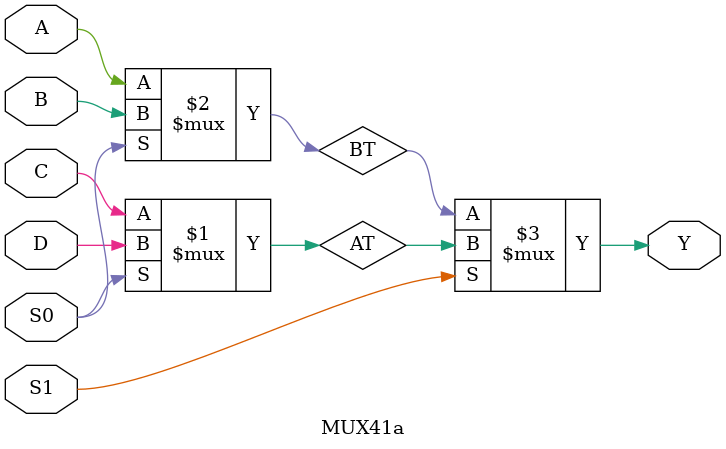
<source format=v>
`timescale 1ns / 1ps
module MUX41a(A,B,C,D,S1,S0,Y);
	input A,B,C,D,S1,S0;
	output Y;
	wire AT = S0 ? D : C;
	wire BT = S0 ? B : A;
	wire Y = (S1 ? AT : BT);

endmodule

</source>
